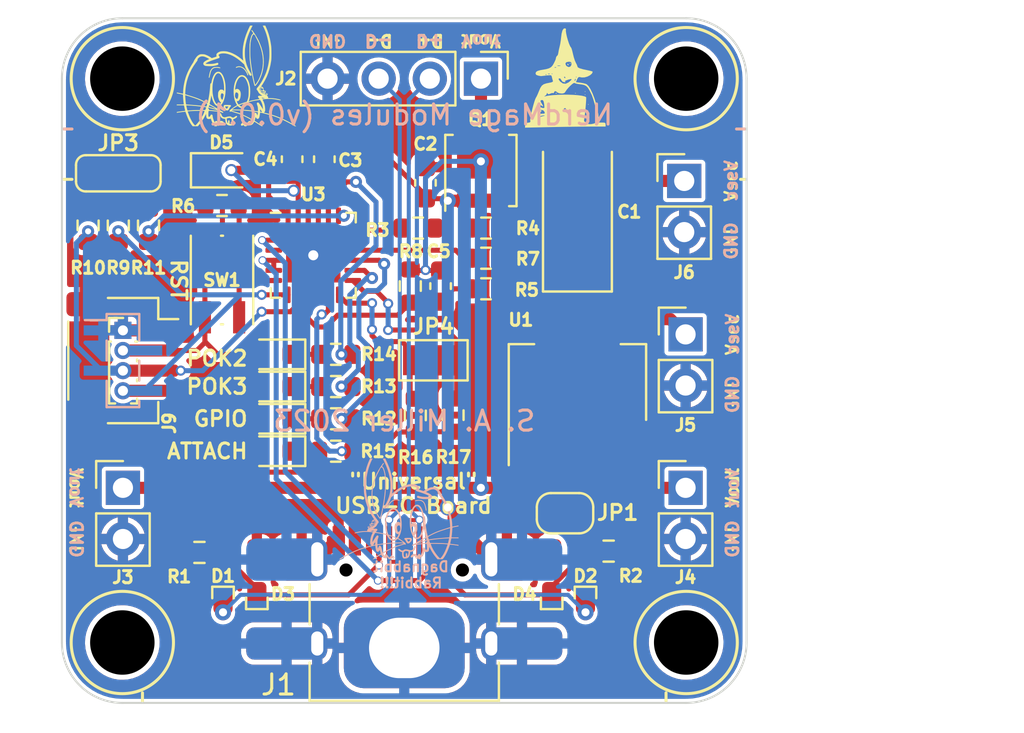
<source format=kicad_pcb>
(kicad_pcb (version 20211014) (generator pcbnew)
  (title_block (title "USB-C (PD) Board") (rev "0.0.1") (company "The Nerd Mage"))
  (layers (0 "F.Cu" signal) (31 "B.Cu" signal) (34 "B.Paste" user) (35 "F.Paste" user) (36 "B.SilkS" user "B.Silkscreen") (37 "F.SilkS" user "F.Silkscreen") (38 "B.Mask" user) (39 "F.Mask" user) (44 "Edge.Cuts" user))
  (net 0 "")
  (net 1 "UD+")
  (net 2 "UD-")
  (net 5 "Net-(C5-Pad2)")
  (net 7 "Net-(U3-Pad21)")
  (net 8 "Net-(D5-Pad2)")
  (net 9 "Net-(Q1-Pad4)")
  (net 10 "CC1")
  (net 11 "CC2")
  (net 12 "Vbus")
  (net 13 "RESET")
  (net 14 "SCL")
  (net 15 "SDA")
  (net 16 "GPIO")
  (net 17 "ALERT")
  (net 18 "2v7")
  (net 19 "ATTACH")
  (net 20 "A_B_SIDE")
  (net 21 "GND")
  (net 22 "Net-(JP3-Pad3)")
  (net 23 "Vout")
  (net 24 "POWER_OK3")
  (net 25 "POWER_OK2")
  (net 26 "Vsec")
  (net 27 "Net-(R10-Pad2)")
  (net 28 "Net-(U3-Pad18)")
  (net 29 "Net-(JP3-Pad2)")
  (net 30 "Net-(U3-Pad9)")
  (net 31 "/ADDR0")
  (net 32 "/ADDR1")
  (net 33 "Net-(R12-Pad2)")
  (net 34 "Net-(D7-Pad1)")
  (net 35 "Net-(R14-Pad2)")
  (net 36 "Net-(D9-Pad1)")
  (net 37 "Net-(U3-Pad16)")
  (footprint "Tinker:Mount" (layer "F.Cu") (at 114 101)
    (fp_text reference "REF**" hide)
    (fp_text value "Mount" hide)
  )
  (footprint "Resistor_SMD:R_0603_1608Metric" (layer "F.Cu") (at 85.8 80.285136 90)
    (fp_text reference "R9")
    (fp_text value "1k")
  )
  (footprint "Tinker:NerdMage" (layer "F.Cu") (at 108 72.9)
    (fp_text reference "G***" hide)
    (fp_text value "LOGO" hide)
  )
  (footprint "Tinker:PGB1010603NRHF" (layer "F.Cu") (at 109 100 -90)
    (fp_text reference "D2")
    (fp_text value "PGB1010603NR" hide)
  )
  (footprint "LED_SMD:LED_0603_1608Metric" (layer "F.Cu") (at 93.6 89.890928 180)
    (fp_text reference "D6" hide)
    (fp_text value "blue")
  )
  (footprint "Capacitor_SMD:C_0603_1608Metric" (layer "F.Cu") (at 101.052475 78.171086 90)
    (fp_text reference "C2")
    (fp_text value "1.0uF")
  )
  (footprint "Package_DFN_QFN:QFN-24-1EP_4x4mm_P0.5mm_EP2.7x2.7mm" (layer "F.Cu") (at 95.481969 81.77119)
    (fp_text reference "U3")
    (fp_text value "STUSB4500QTR")
  )
  (footprint "Tinker:Mount" (layer "F.Cu") (at 86 101)
    (fp_text reference "REF**" hide)
    (fp_text value "Mount" hide)
  )
  (footprint "Tinker:DagNabbit" (layer "F.Cu") (at 91.4 73.5)
    (fp_text reference "REF**" hide)
    (fp_text value "DagNabbit" hide)
  )
  (footprint "Tinker:SOT-223-3_TabPin2" (layer "F.Cu") (at 108.6 88.093656 90)
    (fp_text reference "U1")
    (fp_text value "AMS1117-3.3" hide)
  )
  (footprint "Tinker:R_0603_1608Metric_Pad0.98x0.95mm_HandSolder" (layer "F.Cu") (at 89.829448 96.526795 180)
    (fp_text reference "R1")
    (fp_text value "5k1")
  )
  (footprint "Tinker:CP_EIA-6032-28-Tantalumm_HandSolder" (layer "F.Cu") (at 108.6 79.635822 90)
    (fp_text reference "C1")
    (fp_text value "22uf" hide)
  )
  (footprint "LED_SMD:LED_0603_1608Metric" (layer "F.Cu") (at 93.6 88.290928 180)
    (fp_text reference "D7" hide)
    (fp_text value "yellow")
  )
  (footprint "Tinker:QWIIC_Stackable" (layer "F.Cu") (at 86.03 87 -90)
    (fp_text reference "J9")
    (fp_text value "QWIIC_Stackable" hide)
  )
  (footprint "LED_SMD:LED_0603_1608Metric" (layer "F.Cu") (at 93.6 91.5 180)
    (fp_text reference "D9" hide)
    (fp_text value "green")
  )
  (footprint "Package_SON:Diodes_PowerDI3333-8" (layer "F.Cu") (at 103.805361 77.561221 90)
    (fp_text reference "Q1")
    (fp_text value "DMP3013SFV")
  )
  (footprint "Tinker:PinHeader_1x02_P2.54mm_Vertical" (layer "F.Cu") (at 113.97 93.32)
    (fp_text reference "J4")
    (fp_text value "Conn_01x02_Male" hide)
  )
  (footprint "Tinker:SolderJumper-2_P1.3mm_Open_RoundedPad1.0x1.5mm" (layer "F.Cu") (at 85.8 77.7)
    (fp_text reference "JP3")
    (fp_text value "SolderJumper_4_Bridged" hide)
  )
  (footprint "Tinker:Mount" (layer "F.Cu") (at 114 73)
    (fp_text reference "REF**" hide)
    (fp_text value "Mount" hide)
  )
  (footprint "Capacitor_SMD:C_0603_1608Metric" (layer "F.Cu") (at 96.031969 77 90)
    (fp_text reference "C3")
    (fp_text value "1.0uF")
  )
  (footprint "Resistor_SMD:R_0603_1608Metric" (layer "F.Cu") (at 100.688522 80.42119)
    (fp_text reference "R3")
    (fp_text value "1k")
  )
  (footprint "Tinker:SolderJumper-2_P1.3mm_Open_RoundedPad1.0x1.5mm" (layer "F.Cu") (at 107.983618 94.58)
    (fp_text reference "JP1")
    (fp_text value "SolderJumper_2_Open")
  )
  (footprint "Tinker:PinHeader_1x02_P2.54mm_Vertical" (layer "F.Cu") (at 86.03 93.32)
    (fp_text reference "J3")
    (fp_text value "Conn_01x02_Male" hide)
  )
  (footprint "Capacitor_SMD:C_0603_1608Metric" (layer "F.Cu") (at 101.804435 83.300911 -90)
    (fp_text reference "C5")
    (fp_text value "0.1uF")
  )
  (footprint "Diode_SMD:D_SOD-323" (layer "F.Cu") (at 90.907663 77.551352)
    (fp_text reference "D5")
    (fp_text value "BAT60A")
  )
  (footprint "Resistor_SMD:R_0603_1608Metric" (layer "F.Cu") (at 90.95 79.3)
    (fp_text reference "R6")
    (fp_text value "100k")
  )
  (footprint "Resistor_SMD:R_0603_1608Metric" (layer "F.Cu") (at 100.29898 83.299492 -90)
    (fp_text reference "R8")
    (fp_text value "1k")
  )
  (footprint "Tinker:R_0603_1608Metric_Pad0.98x0.95mm_HandSolder" (layer "F.Cu") (at 110.150246 96.462623)
    (fp_text reference "R2")
    (fp_text value "5k1")
  )
  (footprint "Resistor_SMD:R_0603_1608Metric" (layer "F.Cu") (at 100.548181 89.722576 -90)
    (fp_text reference "R16")
    (fp_text value "100k")
  )
  (footprint "Tinker:PGB1010603NRHF" (layer "F.Cu") (at 91 100 -90)
    (fp_text reference "D1")
    (fp_text value "PGB1010603NR" hide)
  )
  (footprint "Tinker:PinHeader_1x02_P2.54mm_Vertical" (layer "F.Cu") (at 113.902854 78.08)
    (fp_text reference "J6")
    (fp_text value "Conn_01x02_Male" hide)
  )
  (footprint "Resistor_SMD:R_0603_1608Metric" (layer "F.Cu") (at 104.058404 83.435849 180)
    (fp_text reference "R5")
    (fp_text value "100")
  )
  (footprint "Tinker:SolderJumper-3_P1.3mm_Bridged123_Pad1.0x1.5mm" (layer "F.Cu") (at 101.446718 86.987381)
    (fp_text reference "JP4")
    (fp_text value "SolderJumper_3_Bridged123" hide)
  )
  (footprint "LED_SMD:LED_0603_1608Metric" (layer "F.Cu") (at 93.6 86.690928 180)
    (fp_text reference "D8" hide)
    (fp_text value "yellow")
  )
  (footprint "Tinker:PinHeader_1x02_P2.54mm_Vertical" (layer "F.Cu") (at 113.97 85.7)
    (fp_text reference "J5")
    (fp_text value "Conn_01x02_Male" hide)
  )
  (footprint "Tinker:Mount" (layer "F.Cu") (at 86 73)
    (fp_text reference "REF**" hide)
    (fp_text value "Mount" hide)
  )
  (footprint "Capacitor_SMD:C_0603_1608Metric" (layer "F.Cu") (at 94.431969 77 90)
    (fp_text reference "C4")
    (fp_text value "1.0uF")
  )
  (footprint "Resistor_SMD:R_0603_1608Metric" (layer "F.Cu") (at 96.6 91.5 180)
    (fp_text reference "R15")
    (fp_text value "1k")
  )
  (footprint "Resistor_SMD:R_0603_1608Metric" (layer "F.Cu") (at 104.058404 80.42119 180)
    (fp_text reference "R4")
    (fp_text value "100k")
  )
  (footprint "Resistor_SMD:R_0603_1608Metric" (layer "F.Cu") (at 96.6 86.690928 180)
    (fp_text reference "R14")
    (fp_text value "1k")
  )
  (footprint "Resistor_SMD:R_0603_1608Metric" (layer "F.Cu") (at 104.058404 81.917221 180)
    (fp_text reference "R7")
    (fp_text value "22k")
  )
  (footprint "Resistor_SMD:R_0603_1608Metric" (layer "F.Cu") (at 102.422576 89.709091 -90)
    (fp_text reference "R17")
    (fp_text value "100k")
  )
  (footprint "Tinker:SW_Push_TS273014TP" (layer "F.Cu") (at 90.95 83 -90)
    (fp_text reference "SW1")
    (fp_text value "SW_Push")
  )
  (footprint "Resistor_SMD:R_0603_1608Metric" (layer "F.Cu") (at 96.6 88.290928 180)
    (fp_text reference "R13")
    (fp_text value "1k")
  )
  (footprint "Resistor_SMD:R_0603_1608Metric" (layer "F.Cu") (at 84.3 80.285136 90)
    (fp_text reference "R10")
    (fp_text value "1k")
  )
  (footprint "Tinker:PinHeader_1x04_P2.54mm_Vertical" (layer "F.Cu") (at 103.81 73 -90)
    (fp_text reference "J2")
    (fp_text value "Conn_01x04_Male" hide)
  )
  (footprint "Tinker:USB_C_Receptacle_HRO_TYPE-C-31-M-12" (layer "F.Cu") (at 100 100)
    (fp_text reference "J1")
    (fp_text value "USB_C_Receptacle_USB2.0" hide)
  )
  (footprint "Tinker:PGB1010603NRHF" (layer "F.Cu") (at 107.32 97.571795 90)
    (fp_text reference "D4")
    (fp_text value "PGB1010603NR" hide)
  )
  (footprint "Resistor_SMD:R_0603_1608Metric" (layer "F.Cu") (at 96.6 89.890928 180)
    (fp_text reference "R12")
    (fp_text value "1k")
  )
  (footprint "Resistor_SMD:R_0603_1608Metric" (layer "F.Cu") (at 87.3 80.285136 90)
    (fp_text reference "R11")
    (fp_text value "1k")
  )
  (footprint "Tinker:PGB1010603NRHF" (layer "F.Cu") (at 92.68 97.571795 90)
    (fp_text reference "D3")
    (fp_text value "PGB1010603NR" hide)
  )
  (footprint "Tinker:DagNabbit" (layer "B.Cu") (at 100 95 180)
    (fp_text reference "REF**" hide)
    (fp_text value "DagNabbit" hide)
  )
  (gr_line (start 83.1 75.5) (end 83.5 75.5) (layer "B.SilkS") (width 0.15))
  (gr_line (start 116.5 75.5) (end 116.9 75.5) (layer "B.SilkS") (width 0.15))
  (gr_line (start 113 103.9) (end 113 103.5) (layer "F.SilkS") (width 0.15))
  (gr_line (start 83.1 78) (end 83.5 78) (layer "F.SilkS") (width 0.15))
  (gr_line (start 116.7 78) (end 116.9 78) (layer "F.SilkS") (width 0.15))
  (gr_line (start 87 103.9) (end 87 103.5) (layer "F.SilkS") (width 0.15))
  (gr_line (start 117 73) (end 117 101) (layer "Edge.Cuts") (width 0.1))
  (gr_arc (start 86 104) (mid 83.87868 103.12132) (end 83 101) (layer "Edge.Cuts") (width 0.1))
  (gr_arc (start 83 73) (mid 83.87868 70.87868) (end 86 70) (layer "Edge.Cuts") (width 0.1))
  (gr_line (start 86 70) (end 114 70) (layer "Edge.Cuts") (width 0.1))
  (gr_line (start 83 101) (end 83 73) (layer "Edge.Cuts") (width 0.1))
  (gr_arc (start 114 70) (mid 116.12132 70.87868) (end 117 73) (layer "Edge.Cuts") (width 0.1))
  (gr_line (start 86 104) (end 114 104) (layer "Edge.Cuts") (width 0.1))
  (gr_arc (start 117 101) (mid 116.12132 103.12132) (end 114 104) (layer "Edge.Cuts") (width 0.1))
  (gr_text "NerdMage Modules (v0.0.1)" (at 100 74.8) (layer "B.SilkS") (effects (font (size 1 1)) (justify mirror)))
  (gr_text "D+" (at 101.27 71.12 180) (layer "B.SilkS") (effects (font (size 0.6 0.6)) (justify mirror)))
  (gr_text "GND" (at 116.3 88.68 90) (layer "B.SilkS") (effects (font (size 0.6 0.6) (thickness 0.125)) (justify mirror)))
  (gr_text "GND" (at 83.7 95.86 270) (layer "B.SilkS") (effects (font (size 0.6 0.6) (thickness 0.125)) (justify mirror)))
  (gr_text "Vout" (at 116.3 93.32 90) (layer "B.SilkS") (effects (font (size 0.6 0.6) (thickness 0.125)) (justify mirror)))
  (gr_text "GND" (at 116.232854 81.06 90) (layer "B.SilkS") (effects (font (size 0.6 0.6) (thickness 0.125)) (justify mirror)))
  (gr_text "D-" (at 98.73 71.12 180) (layer "B.SilkS") (effects (font (size 0.6 0.6)) (justify mirror)))
  (gr_text "Vout" (at 103.81 71.12 180) (layer "B.SilkS") (effects (font (size 0.6 0.6) (thickness 0.125)) (justify mirror)))
  (gr_text "Vsec" (at 116.3 85.7 90) (layer "B.SilkS") (effects (font (size 0.6 0.6) (thickness 0.125)) (justify mirror)))
  (gr_text "Vsec" (at 116.232854 78.08 90) (layer "B.SilkS") (effects (font (size 0.6 0.6) (thickness 0.125)) (justify mirror)))
  (gr_text "GND" (at 116.3 95.86 90) (layer "B.SilkS") (effects (font (size 0.6 0.6) (thickness 0.125)) (justify mirror)))
  (gr_text "S. A. Miller 2023" (at 100 90) (layer "B.SilkS") (effects (font (size 1 1)) (justify mirror)))
  (gr_text "Vout" (at 83.7 93.32 270) (layer "B.SilkS") (effects (font (size 0.6 0.6) (thickness 0.125)) (justify mirror)))
  (gr_text "GND" (at 96.19 71.12 180) (layer "B.SilkS") (effects (font (size 0.6 0.6) (thickness 0.125)) (justify mirror)))
  (gr_text "Vout" (at 116.3 93.32 90) (layer "F.SilkS") (effects (font (size 0.6 0.6) (thickness 0.125))))
  (gr_text "GND" (at 116.232854 81.06 90) (layer "F.SilkS") (effects (font (size 0.6 0.6) (thickness 0.125))))
  (gr_text "D-" (at 98.73 71.12 180) (layer "F.SilkS") (effects (font (size 0.6 0.6))))
  (gr_text "D+" (at 101.27 71.12 180) (layer "F.SilkS") (effects (font (size 0.6 0.6))))
  (gr_text "GND" (at 116.3 88.68 90) (layer "F.SilkS") (effects (font (size 0.6 0.6) (thickness 0.125))))
  (gr_text "GND" (at 96.19 71.12 180) (layer "F.SilkS") (effects (font (size 0.6 0.6) (thickness 0.125))))
  (gr_text "POK3" (at 92.298126 88.290928) (layer "F.SilkS") (effects (font (size 0.75 0.75)) (justify right)))
  (gr_text "GND" (at 116.3 95.86 90) (layer "F.SilkS") (effects (font (size 0.6 0.6) (thickness 0.125))))
  (gr_text "POK2" (at 92.298126 86.890928) (layer "F.SilkS") (effects (font (size 0.75 0.75)) (justify right)))
  (gr_text "GPIO" (at 92.298126 89.890928) (layer "F.SilkS") (effects (font (size 0.75 0.75)) (justify right)))
  (gr_text "ATTACH" (at 92.298126 91.5) (layer "F.SilkS") (effects (font (size 0.75 0.75)) (justify right)))
  (gr_text "GND" (at 83.7 95.86 270) (layer "F.SilkS") (effects (font (size 0.6 0.6) (thickness 0.125))))
  (gr_text "{dblquote}Universal{dblquote}\nUSB-C Board" (at 100.456186 93.602208) (layer "F.SilkS") (effects (font (size 0.75 0.75))))
  (gr_text "Vout" (at 103.81 71.12 180) (layer "F.SilkS") (effects (font (size 0.6 0.6) (thickness 0.125))))
  (gr_text "Vsec" (at 116.3 85.7 90) (layer "F.SilkS") (effects (font (size 0.6 0.6) (thickness 0.125))))
  (gr_text "Vout" (at 83.7 93.32 270) (layer "F.SilkS") (effects (font (size 0.6 0.6) (thickness 0.125))))
  (gr_text "Vsec" (at 116.232854 78.08 90) (layer "F.SilkS") (effects (font (size 0.6 0.6) (thickness 0.125))))
  (gr_text "RST" (at 88.8 83 270) (layer "F.SilkS") (effects (font (size 0.75 0.75))))
  (segment (start 99.8 94.921795) (end 100.7 94.921795) (width 0.2) (layer "F.Cu") (net 1))
  (segment (start 100.7 94.921795) (end 100.75 94.971795) (width 0.2) (layer "F.Cu") (net 1))
  (segment (start 99.75 94.971795) (end 99.8 94.921795) (width 0.2) (layer "F.Cu") (net 1))
  (segment (start 100.75 94.971795) (end 100.75 95.946795) (width 0.2) (layer "F.Cu") (net 1))
  (segment (start 99.75 95.946795) (end 99.75 94.971795) (width 0.2) (layer "F.Cu") (net 1))
  (via (at 100.75 94.905935) (size 0.4) (drill 0.3) (layers "F.Cu" "B.Cu") (net 1))
  (via (at 109 99.5) (size 0.8) (drill 0.4) (layers "F.Cu" "B.Cu") (net 1))
  (segment (start 100.225001 92.814999) (end 100.225001 74.044999) (width 0.2) (layer "B.Cu") (net 1))
  (segment (start 100.737621 97.30379) (end 100.737816 97.303985) (width 0.2) (layer "B.Cu") (net 1))
  (segment (start 100.737816 98.072204) (end 101.30017 98.634558) (width 0.2) (layer "B.Cu") (net 1))
  (segment (start 100.225001 74.044999) (end 101.27 73) (width 0.2) (layer "B.Cu") (net 1))
  (segment (start 100.225001 94.380936) (end 100.225001 92.814999) (width 0.2) (layer "B.Cu") (net 1))
  (segment (start 100.75 94.905935) (end 100.225001 94.380936) (width 0.2) (layer "B.Cu") (net 1))
  (segment (start 108.131208 98.634558) (end 108.132883 98.632883) (width 0.2) (layer "B.Cu") (net 1))
  (segment (start 100.75 94.905935) (end 100.737621 94.918314) (width 0.2) (layer "B.Cu") (net 1))
  (segment (start 108.132883 98.632883) (end 109 99.5) (width 0.2) (layer "B.Cu") (net 1))
  (segment (start 100.737816 97.303985) (end 100.737816 98.072204) (width 0.2) (layer "B.Cu") (net 1))
  (segment (start 101.30017 98.634558) (end 108.131208 98.634558) (width 0.2) (layer "B.Cu") (net 1))
  (segment (start 100.737621 94.918314) (end 100.737621 97.30379) (width 0.2) (layer "B.Cu") (net 1))
  (segment (start 99.25 96.941795) (end 99.3 96.991795) (width 0.2) (layer "F.Cu") (net 2))
  (segment (start 99.3 96.991795) (end 100.2 96.991795) (width 0.2) (layer "F.Cu") (net 2))
  (segment (start 99.25 95.966795) (end 99.25 95.055935) (width 0.2) (layer "F.Cu") (net 2))
  (segment (start 99.25 95.055935) (end 99.15 94.955935) (width 0.2) (layer "F.Cu") (net 2))
  (segment (start 100.2 96.991795) (end 100.25 96.941795) (width 0.2) (layer "F.Cu") (net 2))
  (segment (start 100.25 96.941795) (end 100.25 95.966795) (width 0.2) (layer "F.Cu") (net 2))
  (segment (start 99.25 95.966795) (end 99.25 96.941795) (width 0.2) (layer "F.Cu") (net 2))
  (via (at 91 99.5) (size 0.8) (drill 0.4) (layers "F.Cu" "B.Cu") (net 2))
  (via (at 99.25 94.905935) (size 0.4) (drill 0.3) (layers "F.Cu" "B.Cu") (net 2))
  (segment (start 99.253303 98.183958) (end 98.804378 98.632883) (width 0.2) (layer "B.Cu") (net 2))
  (segment (start 99.253303 94.909238) (end 99.253303 98.183958) (width 0.2) (layer "B.Cu") (net 2))
  (segment (start 98.73 73) (end 99.774999 74.044999) (width 0.2) (layer "B.Cu") (net 2))
  (segment (start 99.774999 74.044999) (end 99.774999 94.380936) (width 0.2) (layer "B.Cu") (net 2))
  (segment (start 91.867117 98.632883) (end 91 99.5) (width 0.2) (layer "B.Cu") (net 2))
  (segment (start 98.804378 98.632883) (end 91.867117 98.632883) (width 0.2) (layer "B.Cu") (net 2))
  (segment (start 99.25 94.905935) (end 99.253303 94.909238) (width 0.2) (layer "B.Cu") (net 2))
  (segment (start 99.774999 94.380936) (end 99.25 94.905935) (width 0.2) (layer "B.Cu") (net 2))
  (segment (start 103.133404 83.435849) (end 102.444497 83.435849) (width 0.25) (layer "F.Cu") (net 5))
  (segment (start 102.444497 83.435849) (end 101.804435 84.075911) (width 0.25) (layer "F.Cu") (net 5))
  (segment (start 96.031969 77.775) (end 95.731969 78.075) (width 0.25) (layer "F.Cu") (net 7))
  (segment (start 95.731969 78.075) (end 95.731969 79.80869) (width 0.25) (layer "F.Cu") (net 7))
  (segment (start 94.731969 79.80869) (end 94.731969 78.075) (width 0.25) (layer "F.Cu") (net 8))
  (segment (start 94.731969 78.075) (end 94.431969 77.775) (width 0.25) (layer "F.Cu") (net 8))
  (via (at 94.50679 78.565303) (size 0.6) (drill 0.4) (layers "F.Cu" "B.Cu") (net 8))
  (via (at 91.412184 77.540338) (size 0.6) (drill 0.4) (layers "F.Cu" "B.Cu") (net 8))
  (segment (start 94.50679 78.565303) (end 92.437149 78.565303) (width 0.25) (layer "B.Cu") (net 8))
  (segment (start 92.437149 78.565303) (end 91.412184 77.540338) (width 0.25) (layer "B.Cu") (net 8))
  (segment (start 104.783404 80.52119) (end 104.783404 83.685345) (width 0.25) (layer "F.Cu") (net 9))
  (segment (start 104.780361 80.518147) (end 104.783404 80.52119) (width 0.25) (layer "F.Cu") (net 9))
  (segment (start 104.780361 79.061221) (end 104.780361 80.518147) (width 0.25) (layer "F.Cu") (net 9))
  (segment (start 90.891948 96.526795) (end 92.68 98.314847) (width 0.25) (layer "F.Cu") (net 10))
  (segment (start 98.743716 97.171172) (end 98.704539 97.171172) (width 0.25) (layer "F.Cu") (net 10))
  (segment (start 97.241416 98.634295) (end 92.68 98.634295) (width 0.25) (layer "F.Cu") (net 10))
  (segment (start 98.75 97.164888) (end 98.743716 97.171172) (width 0.25) (layer "F.Cu") (net 10))
  (segment (start 98.75 95.955) (end 98.75 97.164888) (width 0.25) (layer "F.Cu") (net 10))
  (segment (start 92.68 98.314847) (end 92.68 98.631795) (width 0.25) (layer "F.Cu") (net 10))
  (segment (start 93.519469 80.52119) (end 93.519469 81.02119) (width 0.25) (layer "F.Cu") (net 10))
  (segment (start 98.704539 97.171172) (end 97.241416 98.634295) (width 0.25) (layer "F.Cu") (net 10))
  (via (at 92.944414 81.02119) (size 0.4) (drill 0.3) (layers "F.Cu" "B.Cu") (net 10))
  (via (at 98.743716 97.171172) (size 0.4) (drill 0.3) (layers "F.Cu" "B.Cu") (net 10))
  (segment (start 98.743716 97.171172) (end 94.089893 92.517349) (width 0.25) (layer "B.Cu") (net 10))
  (segment (start 94.089893 82.166669) (end 92.944414 81.02119) (width 0.25) (layer "B.Cu") (net 10))
  (segment (start 94.089893 92.517349) (end 94.089893 82.166669) (width 0.25) (layer "B.Cu") (net 10))
  (segment (start 100.749398 97.926038) (end 101.75 96.925436) (width 0.25) (layer "F.Cu") (net 11))
  (segment (start 101.75 96.67) (end 101.75 97.369276) (width 0.25) (layer "F.Cu") (net 11))
  (segment (start 101.75 97.149742) (end 101.75 96.925436) (width 0.25) (layer "F.Cu") (net 11))
  (segment (start 103.015019 98.634295) (end 107.32 98.634295) (width 0.25) (layer "F.Cu") (net 11))
  (segment (start 93.519469 82.02119) (end 93.519469 82.52119) (width 0.25) (layer "F.Cu") (net 11))
  (segment (start 107.32 98.631795) (end 107.32 98.230369) (width 0.25) (layer "F.Cu") (net 11))
  (segment (start 101.75 97.369276) (end 103.015019 98.634295) (width 0.25) (layer "F.Cu") (net 11))
  (segment (start 101.75 95.955) (end 101.75 96.67) (width 0.25) (layer "F.Cu") (net 11))
  (segment (start 98.692136 97.926038) (end 100.749398 97.926038) (width 0.25) (layer "F.Cu") (net 11))
  (segment (start 101.75 96.925436) (end 101.75 96.67) (width 0.25) (layer "F.Cu") (net 11))
  (segment (start 107.32 98.230369) (end 109.087746 96.462623) (width 0.25) (layer "F.Cu") (net 11))
  (via (at 92.963026 82.02119) (size 0.4) (drill 0.3) (layers "F.Cu" "B.Cu") (net 11))
  (via (at 98.692136 97.926038) (size 0.4) (drill 0.3) (layers "F.Cu" "B.Cu") (net 11))
  (segment (start 93.639893 92.873795) (end 93.639893 82.698057) (width 0.25) (layer "B.Cu") (net 11))
  (segment (start 93.639893 82.698057) (end 92.963026 82.02119) (width 0.25) (layer "B.Cu") (net 11))
  (segment (start 98.692136 97.926038) (end 93.639893 92.873795) (width 0.25) (layer "B.Cu") (net 11))
  (segment (start 103.133404 79.364264) (end 102.830361 79.061221) (width 0.25) (layer "F.Cu") (net 12))
  (segment (start 99.256277 77) (end 93.7265 77) (width 0.25) (layer "F.Cu") (net 12))
  (segment (start 101.063522 78.961221) (end 102.0633 78.961221) (width 0.25) (layer "F.Cu") (net 12))
  (segment (start 102.1633 94.189716) (end 102.45 94.476416) (width 0.6) (layer "F.Cu") (net 12))
  (segment (start 103.480361 79.061221) (end 104.070361 79.061221) (width 0.6) (layer "F.Cu") (net 12))
  (segment (start 102.830361 79.061221) (end 102.1633 79.061221) (width 0.6) (layer "F.Cu") (net 12))
  (segment (start 93.7265 77) (end 93.265005 77.461495) (width 0.25) (layer "F.Cu") (net 12))
  (segment (start 93.265005 78.841726) (end 94.231969 79.80869) (width 0.25) (layer "F.Cu") (net 12))
  (segment (start 97.55 95.515) (end 97.55 94.61) (width 0.6) (layer "F.Cu") (net 12))
  (segment (start 102.45 95.955) (end 102.45 95.126132) (width 0.6) (layer "F.Cu") (net 12))
  (segment (start 97.55 94.61) (end 97.970284 94.189716) (width 0.6) (layer "F.Cu") (net 12))
  (segment (start 107.230034 94.476416) (end 102.45 94.476416) (width 0.6) (layer "F.Cu") (net 12))
  (segment (start 93.265005 77.461495) (end 93.265005 78.841726) (width 0.25) (layer "F.Cu") (net 12))
  (segment (start 102.45 94.476416) (end 102.45 95.082373) (width 0.6) (layer "F.Cu") (net 12))
  (segment (start 101.063522 80.12119) (end 101.463522 80.52119) (width 0.25) (layer "F.Cu") (net 12))
  (segment (start 97.970284 94.189716) (end 102.1633 94.189716) (width 0.6) (layer "F.Cu") (net 12))
  (segment (start 102.830361 79.061221) (end 103.480361 79.061221) (width 0.6) (layer "F.Cu") (net 12))
  (segment (start 101.135917 78.87964) (end 99.256277 77) (width 0.25) (layer "F.Cu") (net 12))
  (segment (start 107.333618 94.58) (end 107.230034 94.476416) (width 0.6) (layer "F.Cu") (net 12))
  (segment (start 101.063522 78.961221) (end 101.063522 80.12119) (width 0.25) (layer "F.Cu") (net 12))
  (segment (start 103.133404 80.52119) (end 103.133404 79.364264) (width 0.25) (layer "F.Cu") (net 12))
  (segment (start 102.0633 78.961221) (end 102.1633 79.061221) (width 0.25) (layer "F.Cu") (net 12))
  (via (at 102.1633 94.289716) (size 0.8) (drill 0.4) (layers "F.Cu" "B.Cu") (net 12))
  (via (at 102.1633 79.061221) (size 0.8) (drill 0.4) (layers "F.Cu" "B.Cu") (net 12))
  (segment (start 102.1633 79.11954) (end 102.1633 94.289716) (width 0.6) (layer "B.Cu") (net 12))
  (segment (start 93.511597 83.029062) (end 91.8 83.029062) (width 0.25) (layer "F.Cu") (net 13))
  (segment (start 91.8 84.85) (end 91.8 83.029062) (width 0.25) (layer "F.Cu") (net 13))
  (segment (start 93.519469 83.02119) (end 93.511597 83.029062) (width 0.25) (layer "F.Cu") (net 13))
  (segment (start 91.8 83.029062) (end 91.8 79.325) (width 0.25) (layer "F.Cu") (net 13))
  (segment (start 94.231969 83.73369) (end 92.819469 83.73369) (width 0.25) (layer "F.Cu") (net 14))
  (via (at 92.919469 83.73369) (size 0.5) (drill 0.3) (layers "F.Cu" "B.Cu") (net 14))
  (via (at 85.8 80.58) (size 0.6) (drill 0.3) (layers "F.Cu" "B.Cu") (net 14))
  (segment (start 86.621655 88.5) (end 86.03 88.5) (width 0.25) (layer "B.Cu") (net 14))
  (segment (start 88.95369 83.73369) (end 85.8 80.58) (width 0.25) (layer "B.Cu") (net 14))
  (segment (start 87.073362 88.5) (end 86.621655 88.5) (width 0.25) (layer "B.Cu") (net 14))
  (segment (start 92.919469 83.73369) (end 91.839672 83.73369) (width 0.25) (layer "B.Cu") (net 14))
  (segment (start 91.839672 83.73369) (end 87.073362 88.5) (width 0.25) (layer "B.Cu") (net 14))
  (segment (start 91.839672 83.73369) (end 88.95369 83.73369) (width 0.25) (layer "B.Cu") (net 14))
  (segment (start 94.731969 83.73369) (end 94.731969 84.194198) (width 0.25) (layer "F.Cu") (net 15))
  (segment (start 94.731969 84.194198) (end 94.352345 84.573822) (width 0.25) (layer "F.Cu") (net 15))
  (segment (start 94.352345 84.573822) (end 92.819469 84.573822) (width 0.25) (layer "F.Cu") (net 15))
  (via (at 84.3 80.58) (size 0.6) (drill 0.3) (layers "F.Cu" "B.Cu") (net 15))
  (via (at 88.9 87.5) (size 0.5) (drill 0.3) (layers "F.Cu" "B.Cu") (net 15))
  (via (at 92.919469 84.573822) (size 0.5) (drill 0.3) (layers "F.Cu" "B.Cu") (net 15))
  (segment (start 84.96 87.5) (end 83.718196 86.258196) (width 0.25) (layer "B.Cu") (net 15))
  (segment (start 83.718196 86.258196) (end 83.718196 81.161804) (width 0.25) (layer "B.Cu") (net 15))
  (segment (start 88.901247 87.501247) (end 88.9 87.5) (width 0.25) (layer "B.Cu") (net 15))
  (segment (start 89.992045 87.501247) (end 92.919469 84.573822) (width 0.25) (layer "B.Cu") (net 15))
  (segment (start 89.992045 87.501247) (end 88.901247 87.501247) (width 0.25) (layer "B.Cu") (net 15))
  (segment (start 83.718196 81.161804) (end 84.3 80.58) (width 0.25) (layer "B.Cu") (net 15))
  (segment (start 85.055 87.5) (end 84.96 87.5) (width 0.25) (layer "B.Cu") (net 15))
  (segment (start 98.749917 82.018851) (end 99.008319 82.277253) (width 0.25) (layer "F.Cu") (net 16))
  (segment (start 97.446808 82.018851) (end 98.749917 82.018851) (width 0.25) (layer "F.Cu") (net 16))
  (segment (start 97.444469 82.02119) (end 97.446808 82.018851) (width 0.25) (layer "F.Cu") (net 16))
  (via (at 96.880714 89.890928) (size 0.6) (drill 0.3) (layers "F.Cu" "B.Cu") (net 16))
  (via (at 99 82.2) (size 0.6) (drill 0.3) (layers "F.Cu" "B.Cu") (net 16))
  (segment (start 98.170273 88.601369) (end 96.880714 89.890928) (width 0.25) (layer "B.Cu") (net 16))
  (segment (start 98.170273 86.250495) (end 98.170273 88.601369) (width 0.25) (layer "B.Cu") (net 16))
  (segment (start 97.747008 85.82723) (end 98.170273 86.250495) (width 0.25) (layer "B.Cu") (net 16))
  (segment (start 97.747008 83.933706) (end 97.747008 85.82723) (width 0.25) (layer "B.Cu") (net 16))
  (segment (start 99.025 83.166136) (end 98.666137 83.525) (width 0.25) (layer "B.Cu") (net 16))
  (segment (start 98.666137 83.525) (end 98.155714 83.525) (width 0.25) (layer "B.Cu") (net 16))
  (segment (start 99.025 82.225) (end 99.025 83.166136) (width 0.25) (layer "B.Cu") (net 16))
  (segment (start 99 82.2) (end 99.025 82.225) (width 0.25) (layer "B.Cu") (net 16))
  (segment (start 98.155714 83.525) (end 97.747008 83.933706) (width 0.25) (layer "B.Cu") (net 16))
  (via (at 97 79.80869) (size 0.6) (drill 0.3) (layers "F.Cu" "B.Cu") (net 17))
  (via (at 87.3 80.58) (size 0.6) (drill 0.3) (layers "F.Cu" "B.Cu") (net 17))
  (segment (start 97 79.80869) (end 96.993317 79.815373) (width 0.25) (layer "B.Cu") (net 17))
  (segment (start 88.064627 79.815373) (end 87.3 80.58) (width 0.25) (layer "B.Cu") (net 17))
  (segment (start 96.993317 79.815373) (end 88.064627 79.815373) (width 0.25) (layer "B.Cu") (net 17))
  (segment (start 92.8125 86.690928) (end 92.8125 91.5) (width 0.25) (layer "F.Cu") (net 18))
  (segment (start 100.561666 90.534091) (end 100.548181 90.547576) (width 0.25) (layer "F.Cu") (net 18))
  (segment (start 90.734379 86.690928) (end 90.145703 86.102252) (width 0.25) (layer "F.Cu") (net 18))
  (segment (start 89.702252 86.5) (end 90.1 86.102252) (width 0.25) (layer "F.Cu") (net 18))
  (segment (start 88.13441 86.5) (end 89.702252 86.5) (width 0.25) (layer "F.Cu") (net 18))
  (segment (start 90.1 86.102252) (end 90.1 84.85) (width 0.25) (layer "F.Cu") (net 18))
  (segment (start 92.8125 86.690928) (end 90.734379 86.690928) (width 0.25) (layer "F.Cu") (net 18))
  (segment (start 90.1 81.15) (end 90.1 84.85) (width 0.25) (layer "F.Cu") (net 18))
  (segment (start 90.792432 78.486121) (end 90.792432 78.540189) (width 0.25) (layer "F.Cu") (net 18))
  (segment (start 89.306161 77.19985) (end 89.657663 77.551352) (width 0.25) (layer "F.Cu") (net 18))
  (segment (start 99.682726 90.547576) (end 97.689391 92.540911) (width 0.25) (layer "F.Cu") (net 18))
  (segment (start 90.96983 78.717587) (end 90.96983 80.28017) (width 0.25) (layer "F.Cu") (net 18))
  (segment (start 90.1 86.102252) (end 90.145703 86.102252) (width 0.25) (layer "F.Cu") (net 18))
  (segment (start 85.82015 77.19985) (end 89.306161 77.19985) (width 0.25) (layer "F.Cu") (net 18))
  (segment (start 102.422576 90.534091) (end 100.561666 90.534091) (width 0.25) (layer "F.Cu") (net 18))
  (segment (start 92.8125 92.316297) (end 93.037114 92.540911) (width 0.25) (layer "F.Cu") (net 18))
  (segment (start 97.689391 92.540911) (end 93.037114 92.540911) (width 0.25) (layer "F.Cu") (net 18))
  (segment (start 90.96983 80.28017) (end 90.1 81.15) (width 0.25) (layer "F.Cu") (net 18))
  (segment (start 92.8125 91.5) (end 92.8125 92.316297) (width 0.25) (layer "F.Cu") (net 18))
  (segment (start 90.792432 78.540189) (end 90.96983 78.717587) (width 0.25) (layer "F.Cu") (net 18))
  (segment (start 85.8 77.22) (end 85.82015 77.19985) (width 0.25) (layer "F.Cu") (net 18))
  (segment (start 100.548181 90.547576) (end 99.682726 90.547576) (width 0.25) (layer "F.Cu") (net 18))
  (segment (start 89.857663 77.551352) (end 90.792432 78.486121) (width 0.25) (layer "F.Cu") (net 18))
  (segment (start 96.231969 83.73369) (end 96.231969 84.512576) (width 0.25) (layer "F.Cu") (net 19))
  (segment (start 96.231969 84.512576) (end 96.00308 84.741465) (width 0.25) (layer "F.Cu") (net 19))
  (via (at 95.9 84.707753) (size 0.5) (drill 0.3) (layers "F.Cu" "B.Cu") (net 19))
  (via (at 96.898364 91.5) (size 0.5) (drill 0.3) (layers "F.Cu" "B.Cu") (net 19))
  (segment (start 95.655714 84.952039) (end 95.655714 90.85735) (width 0.25) (layer "B.Cu") (net 19))
  (segment (start 95.9 84.707753) (end 95.655714 84.952039) (width 0.25) (layer "B.Cu") (net 19))
  (segment (start 96.298364 91.5) (end 96.898364 91.5) (width 0.25) (layer "B.Cu") (net 19))
  (segment (start 95.655714 90.85735) (end 96.298364 91.5) (width 0.25) (layer "B.Cu") (net 19))
  (segment (start 95.481969 81.77119) (end 95.231969 81.52119) (width 0.25) (layer "F.Cu") (net 21))
  (segment (start 105.856965 101.06) (end 105.846965 101.05) (width 0.25) (layer "F.Cu") (net 21))
  (segment (start 109 101.06) (end 105.856965 101.06) (width 0.25) (layer "F.Cu") (net 21))
  (segment (start 95.231969 81.52119) (end 95.231969 79.80869) (width 0.25) (layer "F.Cu") (net 21))
  (segment (start 94.530535 96.509295) (end 94.903035 96.881795) (width 0.25) (layer "F.Cu") (net 21))
  (segment (start 91 101.06) (end 94.143035 101.06) (width 0.25) (layer "F.Cu") (net 21))
  (segment (start 103.405 95.966795) (end 104.32 96.881795) (width 0.6) (layer "F.Cu") (net 21))
  (segment (start 103.25 95.966795) (end 103.405 95.966795) (width 0.6) (layer "F.Cu") (net 21))
  (segment (start 92.68 96.509295) (end 94.530535 96.509295) (width 0.25) (layer "F.Cu") (net 21))
  (segment (start 95.481969 81.77119) (end 95.731969 82.02119) (width 0.25) (layer "F.Cu") (net 21))
  (segment (start 95.731969 82.02119) (end 95.731969 83.73369) (width 0.25) (layer "F.Cu") (net 21))
  (segment (start 96.595 95.966795) (end 95.68 96.881795) (width 0.6) (layer "F.Cu") (net 21))
  (segment (start 107.32 96.509295) (end 105.469465 96.509295) (width 0.25) (layer "F.Cu") (net 21))
  (segment (start 96.75 95.966795) (end 96.595 95.966795) (width 0.6) (layer "F.Cu") (net 21))
  (segment (start 105.469465 96.509295) (end 105.096965 96.881795) (width 0.25) (layer "F.Cu") (net 21))
  (segment (start 94.143035 101.06) (end 94.153035 101.05) (width 0.25) (layer "F.Cu") (net 21))
  (via (at 95.481969 81.77119) (size 1) (drill 0.5) (layers "F.Cu" "B.Cu") (net 21))
  (segment (start 87.3 79.460136) (end 87.3 78.28) (width 0.25) (layer "F.Cu") (net 22))
  (segment (start 87.3 78.28) (end 87.2 78.18) (width 0.25) (layer "F.Cu") (net 22))
  (segment (start 108.633618 94.58) (end 108.633618 93.393618) (width 0.6) (layer "F.Cu") (net 23))
  (segment (start 103.81 77.101582) (end 103.805361 77.106221) (width 0.6) (layer "F.Cu") (net 23))
  (segment (start 101.804435 82.525911) (end 100.350399 82.525911) (width 0.25) (layer "F.Cu") (net 23))
  (segment (start 114 93.32) (end 112.42 93.32) (width 0.6) (layer "F.Cu") (net 23))
  (segment (start 108.633618 93.393618) (end 108.56 93.32) (width 0.6) (layer "F.Cu") (net 23))
  (segment (start 103.81 73) (end 103.81 77.101582) (width 0.6) (layer "F.Cu") (net 23))
  (segment (start 110.9 91.243656) (end 112.42 92.763656) (width 0.6) (layer "F.Cu") (net 23))
  (segment (start 100.350399 82.525911) (end 100.29898 82.474492) (width 0.25) (layer "F.Cu") (net 23))
  (segment (start 108.56 93.32) (end 112.42 93.32) (width 0.6) (layer "F.Cu") (net 23))
  (segment (start 86 93.32) (end 108.56 93.32) (width 0.6) (layer "F.Cu") (net 23))
  (segment (start 112.42 92.763656) (end 112.42 93.32) (width 0.6) (layer "F.Cu") (net 23))
  (via (at 103.805361 77.106221) (size 0.8) (drill 0.4) (layers "F.Cu" "B.Cu") (net 23))
  (via (at 103.805361 93.32) (size 0.8) (drill 0.4) (layers "F.Cu" "B.Cu") (net 23))
  (via (at 101.05629 82.503346) (size 0.5) (drill 0.3) (layers "F.Cu" "B.Cu") (net 23))
  (segment (start 103.805361 77.106221) (end 103.805361 93.32) (width 0.6) (layer "B.Cu") (net 23))
  (segment (start 101.054477 77.926046) (end 101.874302 77.106221) (width 0.25) (layer "B.Cu") (net 23))
  (segment (start 101.054477 82.501533) (end 101.05629 82.503346) (width 0.25) (layer "B.Cu") (net 23))
  (segment (start 101.874302 77.106221) (end 103.805361 77.106221) (width 0.25) (layer "B.Cu") (net 23))
  (segment (start 101.054477 77.926046) (end 101.054477 82.501533) (width 0.25) (layer "B.Cu") (net 23))
  (segment (start 97.444469 82.52119) (end 98.02119 82.52119) (width 0.25) (layer "F.Cu") (net 24))
  (segment (start 98.02119 82.52119) (end 98.4 82.9) (width 0.25) (layer "F.Cu") (net 24))
  (via (at 98.4 82.9) (size 0.6) (drill 0.3) (layers "F.Cu" "B.Cu") (net 24))
  (via (at 96.880714 88.290928) (size 0.6) (drill 0.3) (layers "F.Cu" "B.Cu") (net 24))
  (segment (start 97.720273 86.580716) (end 97.720273 87.451369) (width 0.25) (layer "B.Cu") (net 24))
  (segment (start 97.720273 87.451369) (end 96.880714 88.290928) (width 0.25) (layer "B.Cu") (net 24))
  (segment (start 98.144318 82.9) (end 97.297008 83.74731) (width 0.25) (layer "B.Cu") (net 24))
  (segment (start 98.4 82.9) (end 98.144318 82.9) (width 0.25) (layer "B.Cu") (net 24))
  (segment (start 97.297008 86.157451) (end 97.720273 86.580716) (width 0.25) (layer "B.Cu") (net 24))
  (segment (start 97.297008 83.74731) (end 97.297008 86.157451) (width 0.25) (layer "B.Cu") (net 24))
  (segment (start 96.231969 79.028031) (end 97.133963 78.126037) (width 0.25) (layer "F.Cu") (net 25))
  (segment (start 96.231969 79.80869) (end 96.231969 79.028031) (width 0.25) (layer "F.Cu") (net 25))
  (segment (start 97.133963 78.126037) (end 97.599085 78.126037) (width 0.25) (layer "F.Cu") (net 25))
  (via (at 97.599085 78.126037) (size 0.6) (drill 0.3) (layers "F.Cu" "B.Cu") (net 25))
  (via (at 96.880714 86.690928) (size 0.6) (drill 0.3) (layers "F.Cu" "B.Cu") (net 25))
  (segment (start 98.598915 81.302732) (end 96.847008 83.054639) (width 0.25) (layer "B.Cu") (net 25))
  (segment (start 98.598915 79.125867) (end 98.598915 81.302732) (width 0.25) (layer "B.Cu") (net 25))
  (segment (start 96.847008 83.054639) (end 96.847008 86.690928) (width 0.25) (layer "B.Cu") (net 25))
  (segment (start 97.599085 78.126037) (end 98.598915 79.125867) (width 0.25) (layer "B.Cu") (net 25))
  (segment (start 108.6 82.185822) (end 108.6 84.943656) (width 0.6) (layer "F.Cu") (net 26))
  (segment (start 108.6 82.185822) (end 108.6 81.9) (width 0.6) (layer "F.Cu") (net 26))
  (segment (start 113.213656 84.943656) (end 113.97 85.7) (width 0.6) (layer "F.Cu") (net 26))
  (segment (start 108.6 81.9) (end 112.42 78.08) (width 0.6) (layer "F.Cu") (net 26))
  (segment (start 112.42 78.08) (end 113.902854 78.08) (width 0.6) (layer "F.Cu") (net 26))
  (segment (start 108.6 84.943656) (end 108.6 91.243656) (width 0.6) (layer "F.Cu") (net 26))
  (segment (start 108.6 84.943656) (end 113.213656 84.943656) (width 0.6) (layer "F.Cu") (net 26))
  (segment (start 84.3 79.460136) (end 84.3 78.28) (width 0.25) (layer "F.Cu") (net 27))
  (segment (start 84.3 78.28) (end 84.4 78.18) (width 0.25) (layer "F.Cu") (net 27))
  (segment (start 97.444469 80.52119) (end 99.413522 80.52119) (width 0.25) (layer "F.Cu") (net 28))
  (segment (start 85.8 79.460136) (end 85.8 78.18) (width 0.25) (layer "F.Cu") (net 29))
  (segment (start 95.231969 83.73369) (end 95.231969 84.923606) (width 0.25) (layer "F.Cu") (net 30))
  (segment (start 95.231969 84.923606) (end 95.641116 85.332753) (width 0.25) (layer "F.Cu") (net 30))
  (segment (start 96.690284 84.748251) (end 99.675221 84.748251) (width 0.25) (layer "F.Cu") (net 30))
  (segment (start 95.641116 85.332753) (end 96.105782 85.332753) (width 0.25) (layer "F.Cu") (net 30))
  (segment (start 99.675221 84.748251) (end 100.29898 84.124492) (width 0.25) (layer "F.Cu") (net 30))
  (segment (start 96.105782 85.332753) (end 96.690284 84.748251) (width 0.25) (layer "F.Cu") (net 30))
  (segment (start 99.885492 86.058104) (end 100.292614 86.465226) (width 0.25) (layer "F.Cu") (net 31))
  (segment (start 100.292614 86.981475) (end 100.292614 88.642009) (width 0.25) (layer "F.Cu") (net 31))
  (segment (start 97.148228 84.149949) (end 96.731969 83.73369) (width 0.25) (layer "F.Cu") (net 31))
  (segment (start 98.4 85.759802) (end 98.698302 86.058104) (width 0.25) (layer "F.Cu") (net 31))
  (segment (start 98.4 85.459802) (end 98.4 85.759802) (width 0.25) (layer "F.Cu") (net 31))
  (segment (start 98.698302 86.058104) (end 99.885492 86.058104) (width 0.25) (layer "F.Cu") (net 31))
  (segment (start 100.292614 86.465226) (end 100.292614 86.981475) (width 0.25) (layer "F.Cu") (net 31))
  (segment (start 100.292614 88.642009) (end 100.548181 88.897576) (width 0.25) (layer "F.Cu") (net 31))
  (segment (start 97.148228 84.149949) (end 98.3 84.149949) (width 0.25) (layer "F.Cu") (net 31))
  (via (at 98.4 84.149949) (size 0.5) (drill 0.3) (layers "F.Cu" "B.Cu") (net 31))
  (via (at 98.4 85.459802) (size 0.5) (drill 0.3) (layers "F.Cu" "B.Cu") (net 31))
  (segment (start 98.4 85.459802) (end 98.4 84.149949) (width 0.25) (layer "B.Cu") (net 31))
  (segment (start 102.099702 85.483104) (end 102.603991 85.987393) (width 0.25) (layer "F.Cu") (net 32))
  (segment (start 102.603991 88.702676) (end 102.422576 88.884091) (width 0.25) (layer "F.Cu") (net 32))
  (segment (start 102.603991 86.987813) (end 102.603991 88.702676) (width 0.25) (layer "F.Cu") (net 32))
  (segment (start 97.983065 83.559786) (end 98.62301 83.559786) (width 0.25) (layer "F.Cu") (net 32))
  (segment (start 97.444469 83.02119) (end 97.983065 83.559786) (width 0.25) (layer "F.Cu") (net 32))
  (segment (start 102.603991 85.987393) (end 102.603991 86.987813) (width 0.25) (layer "F.Cu") (net 32))
  (segment (start 98.62301 83.559786) (end 99.2 84.136776) (width 0.25) (layer "F.Cu") (net 32))
  (segment (start 99.2 85.483104) (end 102.099702 85.483104) (width 0.25) (layer "F.Cu") (net 32))
  (segment (start 99.2 84.136776) (end 99.2 84.173251) (width 0.25) (layer "F.Cu") (net 32))
  (via (at 99.2 85.483104) (size 0.5) (drill 0.3) (layers "F.Cu" "B.Cu") (net 32))
  (via (at 99.2 84.173251) (size 0.5) (drill 0.3) (layers "F.Cu" "B.Cu") (net 32))
  (segment (start 99.2 85.483104) (end 99.2 84.173251) (width 0.25) (layer "B.Cu") (net 32))
  (segment (start 94.263126 89.890928) (end 95.850626 89.890928) (width 0.25) (layer "F.Cu") (net 33))
  (segment (start 95.850626 88.290928) (end 94.263126 88.290928) (width 0.25) (layer "F.Cu") (net 34))
  (segment (start 94.263126 86.690928) (end 95.850626 86.690928) (width 0.25) (layer "F.Cu") (net 35))
  (segment (start 95.775 91.5) (end 94.3875 91.5) (width 0.25) (layer "F.Cu") (net 36))
  (segment (start 102.557051 81.52119) (end 103.153082 82.117221) (width 0.25) (layer "F.Cu") (net 37))
  (segment (start 97.444469 81.52119) (end 102.557051 81.52119) (width 0.25) (layer "F.Cu") (net 37))
  (zone (net 21) (net_name "GND") (layer "F.Cu") (connect_pads (clearance 0.254)) (min_thickness 0.254) (fill yes (thermal_gap 0.254) (thermal_bridge_width 0.508))
    (polygon (pts (xy 118.582229 104.809465) (xy 81.651499 104.809467) (xy 81.651498 69.584881) (xy 118.582228 69.584879)))
  )
  (zone (net 21) (net_name "GND") (layer "B.Cu") (connect_pads (clearance 0.2)) (min_thickness 0.2) (fill yes (thermal_gap 0.254) (thermal_bridge_width 0.508))
    (polygon (pts (xy 119.380001 105.507005) (xy 80.682697 105.507005) (xy 80.682697 69.09421) (xy 119.380001 69.09421)))
  )
)
</source>
